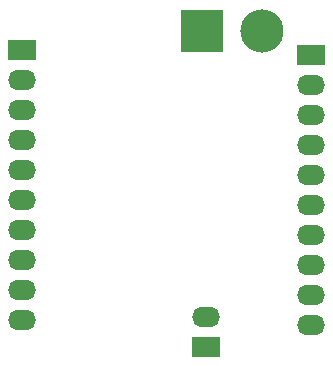
<source format=gbs>
%FSTAX24Y24*%
%MOIN*%
G70*
G01*
G75*
G04 Layer_Color=16711935*
%ADD10R,0.0550X0.0500*%
%ADD11R,0.1030X0.0240*%
%ADD12C,0.0150*%
%ADD13C,0.0500*%
%ADD14C,0.0400*%
%ADD15C,0.0300*%
%ADD16C,0.0071*%
%ADD17O,0.0850X0.0600*%
%ADD18R,0.0850X0.0600*%
%ADD19R,0.1360X0.1360*%
%ADD20C,0.1360*%
%ADD21C,0.0060*%
%ADD22C,0.0040*%
%ADD23C,0.0050*%
%ADD24C,0.0070*%
%ADD25C,0.0100*%
%ADD26C,0.0030*%
%ADD27R,0.0630X0.0580*%
%ADD28R,0.1110X0.0320*%
%ADD29O,0.0930X0.0680*%
%ADD30R,0.0930X0.0680*%
%ADD31R,0.1440X0.1440*%
%ADD32C,0.1440*%
D29*
X03295Y0255D02*
D03*
X0268Y0274D02*
D03*
X0268Y0284D02*
D03*
Y0334D02*
D03*
Y0324D02*
D03*
Y0314D02*
D03*
Y0304D02*
D03*
Y0294D02*
D03*
Y0264D02*
D03*
Y0254D02*
D03*
X03645Y02725D02*
D03*
X03645Y02825D02*
D03*
Y03325D02*
D03*
Y03225D02*
D03*
Y03125D02*
D03*
Y03025D02*
D03*
Y02925D02*
D03*
Y02625D02*
D03*
Y02525D02*
D03*
D30*
X03295Y0245D02*
D03*
X0268Y0344D02*
D03*
X03645Y03425D02*
D03*
D31*
X0328Y03505D02*
D03*
D32*
X0348D02*
D03*
M02*

</source>
